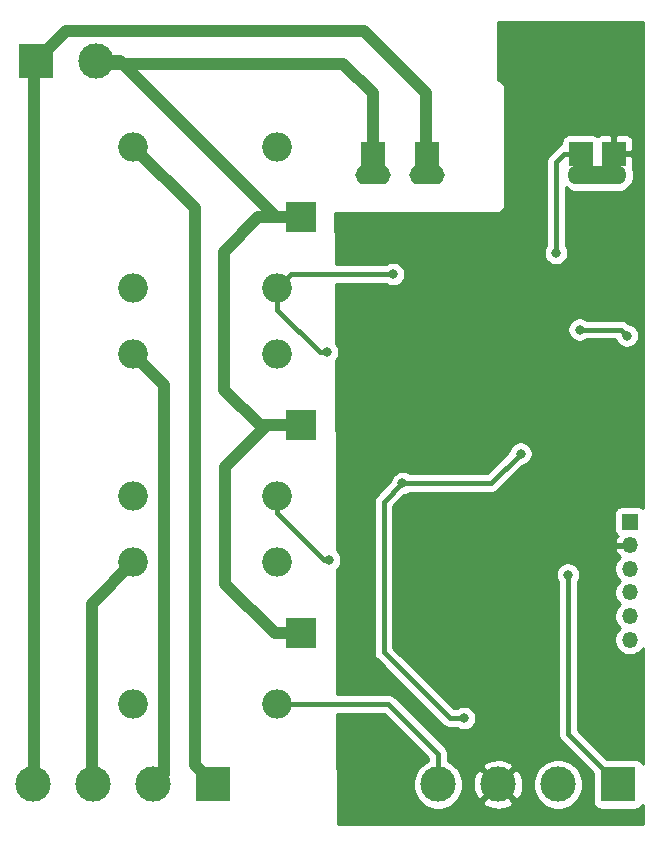
<source format=gbr>
%TF.GenerationSoftware,KiCad,Pcbnew,(5.1.8)-1*%
%TF.CreationDate,2022-05-08T18:20:05+08:00*%
%TF.ProjectId,smartkey,736d6172-746b-4657-992e-6b696361645f,rev?*%
%TF.SameCoordinates,Original*%
%TF.FileFunction,Copper,L2,Bot*%
%TF.FilePolarity,Positive*%
%FSLAX46Y46*%
G04 Gerber Fmt 4.6, Leading zero omitted, Abs format (unit mm)*
G04 Created by KiCad (PCBNEW (5.1.8)-1) date 2022-05-08 18:20:05*
%MOMM*%
%LPD*%
G01*
G04 APERTURE LIST*
%TA.AperFunction,ComponentPad*%
%ADD10O,2.500000X2.500000*%
%TD*%
%TA.AperFunction,ComponentPad*%
%ADD11R,2.500000X2.500000*%
%TD*%
%TA.AperFunction,ComponentPad*%
%ADD12C,3.000000*%
%TD*%
%TA.AperFunction,ComponentPad*%
%ADD13R,3.000000X3.000000*%
%TD*%
%TA.AperFunction,ComponentPad*%
%ADD14O,1.350000X1.350000*%
%TD*%
%TA.AperFunction,ComponentPad*%
%ADD15R,1.350000X1.350000*%
%TD*%
%TA.AperFunction,SMDPad,CuDef*%
%ADD16R,2.000000X2.000000*%
%TD*%
%TA.AperFunction,ViaPad*%
%ADD17C,0.800000*%
%TD*%
%TA.AperFunction,Conductor*%
%ADD18C,0.400000*%
%TD*%
%TA.AperFunction,Conductor*%
%ADD19C,2.000000*%
%TD*%
%TA.AperFunction,Conductor*%
%ADD20C,1.000000*%
%TD*%
%TA.AperFunction,Conductor*%
%ADD21C,0.254000*%
%TD*%
%TA.AperFunction,Conductor*%
%ADD22C,0.350000*%
%TD*%
%ADD23C,0.350000*%
%ADD24O,2.999999X1.599999*%
%ADD25O,4.999999X1.599999*%
G04 APERTURE END LIST*
D10*
%TO.P,K1,5*%
%TO.N,+5V*%
X123400000Y-90000000D03*
%TO.P,K1,4*%
%TO.N,N/C*%
X111200000Y-90000000D03*
%TO.P,K1,3*%
%TO.N,OUT3_L*%
X111200000Y-78000000D03*
%TO.P,K1,2*%
%TO.N,Net-(D1-Pad2)*%
X123400000Y-78000000D03*
D11*
%TO.P,K1,1*%
%TO.N,220V_L*%
X125400000Y-84000000D03*
%TD*%
D12*
%TO.P,J2,4*%
%TO.N,+5V*%
X137010000Y-132000000D03*
D13*
%TO.P,J2,1*%
%TO.N,ADC*%
X152250000Y-132000000D03*
D12*
%TO.P,J2,3*%
%TO.N,GND*%
X142090000Y-132000000D03*
%TO.P,J2,2*%
%TO.N,CHECK_IO*%
X147170000Y-132000000D03*
%TD*%
D14*
%TO.P,J4,6*%
%TO.N,TXD*%
X153250000Y-119750000D03*
%TO.P,J4,5*%
%TO.N,RXD*%
X153250000Y-117750000D03*
%TO.P,J4,4*%
%TO.N,IO0*%
X153250000Y-115750000D03*
%TO.P,J4,3*%
%TO.N,EN*%
X153250000Y-113750000D03*
%TO.P,J4,2*%
%TO.N,GND*%
X153250000Y-111750000D03*
D15*
%TO.P,J4,1*%
%TO.N,+5V*%
X153250000Y-109750000D03*
%TD*%
D12*
%TO.P,J1,2*%
%TO.N,220V_L*%
X108080000Y-70800000D03*
D13*
%TO.P,J1,1*%
%TO.N,220V_N*%
X103000000Y-70800000D03*
%TD*%
D10*
%TO.P,K3,5*%
%TO.N,+5V*%
X123400000Y-125200000D03*
%TO.P,K3,4*%
%TO.N,N/C*%
X111200000Y-125200000D03*
%TO.P,K3,3*%
%TO.N,OUT1_L*%
X111200000Y-113200000D03*
%TO.P,K3,2*%
%TO.N,Net-(D3-Pad2)*%
X123400000Y-113200000D03*
D11*
%TO.P,K3,1*%
%TO.N,220V_L*%
X125400000Y-119200000D03*
%TD*%
D10*
%TO.P,K2,5*%
%TO.N,+5V*%
X123400000Y-107600000D03*
%TO.P,K2,4*%
%TO.N,N/C*%
X111200000Y-107600000D03*
%TO.P,K2,3*%
%TO.N,OUT2_L*%
X111200000Y-95600000D03*
%TO.P,K2,2*%
%TO.N,Net-(D2-Pad2)*%
X123400000Y-95600000D03*
D11*
%TO.P,K2,1*%
%TO.N,220V_L*%
X125400000Y-101600000D03*
%TD*%
D16*
%TO.P,U2,1*%
%TO.N,220V_L*%
X131500000Y-78600000D03*
%TO.P,U2,2*%
%TO.N,220V_N*%
X136100000Y-78600000D03*
%TO.P,U2,4*%
%TO.N,+5V*%
X149100000Y-78600000D03*
%TO.P,U2,3*%
%TO.N,GND*%
X151900000Y-78600000D03*
%TD*%
D12*
%TO.P,J6,4*%
%TO.N,220V_N*%
X102760000Y-132000000D03*
D13*
%TO.P,J6,1*%
%TO.N,OUT3_L*%
X118000000Y-132000000D03*
D12*
%TO.P,J6,3*%
%TO.N,OUT1_L*%
X107840000Y-132000000D03*
%TO.P,J6,2*%
%TO.N,OUT2_L*%
X112920000Y-132000000D03*
%TD*%
D17*
%TO.N,GND*%
X150400000Y-88800000D03*
X138400000Y-97400000D03*
X134200000Y-97600000D03*
X142800000Y-97200000D03*
X136000000Y-126400000D03*
%TO.N,+5V*%
X153000000Y-94000000D03*
X149000000Y-93500000D03*
X147000000Y-87000000D03*
X133200000Y-88800000D03*
X127600000Y-95400000D03*
X127800000Y-113000000D03*
%TO.N,+3V3*%
X144000000Y-104000000D03*
X134000000Y-106500000D03*
X139200000Y-126400000D03*
%TO.N,ADC*%
X148000000Y-114250000D03*
%TD*%
D18*
%TO.N,+5V*%
X152500000Y-93500000D02*
X149000000Y-93500000D01*
X153000000Y-94000000D02*
X152500000Y-93500000D01*
X147000000Y-79300000D02*
X147000000Y-87000000D01*
X147700000Y-78600000D02*
X147000000Y-79300000D01*
X149100000Y-78600000D02*
X147700000Y-78600000D01*
X124600000Y-88800000D02*
X123400000Y-90000000D01*
X133200000Y-88800000D02*
X124600000Y-88800000D01*
X127400000Y-113000000D02*
X127800000Y-113000000D01*
X123400000Y-109000000D02*
X127400000Y-113000000D01*
X123400000Y-107600000D02*
X123400000Y-109000000D01*
X127000000Y-95400000D02*
X127600000Y-95400000D01*
X123400000Y-91800000D02*
X127000000Y-95400000D01*
X123400000Y-90000000D02*
X123400000Y-91800000D01*
X137010000Y-129410000D02*
X137010000Y-132000000D01*
X132800000Y-125200000D02*
X137010000Y-129410000D01*
X123400000Y-125200000D02*
X132800000Y-125200000D01*
%TO.N,+3V3*%
X141500000Y-106500000D02*
X134000000Y-106500000D01*
X144000000Y-104000000D02*
X141500000Y-106500000D01*
X138000000Y-126400000D02*
X139200000Y-126400000D01*
X132400000Y-120800000D02*
X138000000Y-126400000D01*
X132400000Y-108100000D02*
X132400000Y-120800000D01*
X134000000Y-106500000D02*
X132400000Y-108100000D01*
D19*
%TO.N,220V_N*%
X102800000Y-131960000D02*
X102760000Y-132000000D01*
X103000000Y-70800000D02*
X102800000Y-71000000D01*
D20*
X130750000Y-68250000D02*
X105550000Y-68250000D01*
X105550000Y-68250000D02*
X103000000Y-70800000D01*
X136000000Y-73500000D02*
X130750000Y-68250000D01*
X136000000Y-78000000D02*
X136000000Y-73500000D01*
X102800000Y-71000000D02*
X102800000Y-131960000D01*
%TO.N,OUT1_L*%
X107700000Y-131860000D02*
X107840000Y-132000000D01*
X107700000Y-116700000D02*
X107700000Y-131860000D01*
X111200000Y-113200000D02*
X107700000Y-116700000D01*
%TO.N,OUT3_L*%
X116400000Y-130400000D02*
X118000000Y-132000000D01*
X116400000Y-83200000D02*
X116400000Y-130400000D01*
X111200000Y-78000000D02*
X116400000Y-83200000D01*
%TO.N,OUT2_L*%
X113800000Y-131120000D02*
X112920000Y-132000000D01*
X111200000Y-95600000D02*
X113800000Y-98200000D01*
X113800000Y-98200000D02*
X113800000Y-131120000D01*
D18*
%TO.N,ADC*%
X148000000Y-127750000D02*
X152250000Y-132000000D01*
X148000000Y-114250000D02*
X148000000Y-127750000D01*
D20*
%TO.N,220V_L*%
X108280000Y-71000000D02*
X108080000Y-70800000D01*
X129000000Y-71000000D02*
X108280000Y-71000000D01*
X131500000Y-73500000D02*
X129000000Y-71000000D01*
X131500000Y-78500000D02*
X131500000Y-73500000D01*
X110100000Y-70800000D02*
X108080000Y-70800000D01*
X123300000Y-84000000D02*
X110100000Y-70800000D01*
X125400000Y-84000000D02*
X123300000Y-84000000D01*
X121900000Y-101600000D02*
X125400000Y-101600000D01*
X118900000Y-98600000D02*
X121900000Y-101600000D01*
X118900000Y-86900000D02*
X118900000Y-98600000D01*
X121800000Y-84000000D02*
X118900000Y-86900000D01*
X125400000Y-84000000D02*
X121800000Y-84000000D01*
X123200000Y-119200000D02*
X125400000Y-119200000D01*
X119000000Y-105100000D02*
X119000000Y-115000000D01*
X119000000Y-115000000D02*
X123200000Y-119200000D01*
X122500000Y-101600000D02*
X119000000Y-105100000D01*
X125400000Y-101600000D02*
X122500000Y-101600000D01*
%TD*%
D21*
%TO.N,GND*%
X154340001Y-108594119D02*
X154279494Y-108544463D01*
X154169180Y-108485498D01*
X154049482Y-108449188D01*
X153925000Y-108436928D01*
X152575000Y-108436928D01*
X152450518Y-108449188D01*
X152330820Y-108485498D01*
X152220506Y-108544463D01*
X152123815Y-108623815D01*
X152044463Y-108720506D01*
X151985498Y-108830820D01*
X151949188Y-108950518D01*
X151936928Y-109075000D01*
X151936928Y-110425000D01*
X151949188Y-110549482D01*
X151985498Y-110669180D01*
X152044463Y-110779494D01*
X152123815Y-110876185D01*
X152217559Y-110953119D01*
X152120527Y-111086371D01*
X152012762Y-111319472D01*
X151982090Y-111420600D01*
X152105776Y-111623000D01*
X153123000Y-111623000D01*
X153123000Y-111603000D01*
X153377000Y-111603000D01*
X153377000Y-111623000D01*
X153397000Y-111623000D01*
X153397000Y-111877000D01*
X153377000Y-111877000D01*
X153377000Y-111897000D01*
X153123000Y-111897000D01*
X153123000Y-111877000D01*
X152105776Y-111877000D01*
X151982090Y-112079400D01*
X152012762Y-112180528D01*
X152120527Y-112413629D01*
X152271697Y-112621227D01*
X152404060Y-112743319D01*
X152232456Y-112914923D01*
X152089093Y-113129482D01*
X151990342Y-113367887D01*
X151940000Y-113620976D01*
X151940000Y-113879024D01*
X151990342Y-114132113D01*
X152089093Y-114370518D01*
X152232456Y-114585077D01*
X152397379Y-114750000D01*
X152232456Y-114914923D01*
X152089093Y-115129482D01*
X151990342Y-115367887D01*
X151940000Y-115620976D01*
X151940000Y-115879024D01*
X151990342Y-116132113D01*
X152089093Y-116370518D01*
X152232456Y-116585077D01*
X152397379Y-116750000D01*
X152232456Y-116914923D01*
X152089093Y-117129482D01*
X151990342Y-117367887D01*
X151940000Y-117620976D01*
X151940000Y-117879024D01*
X151990342Y-118132113D01*
X152089093Y-118370518D01*
X152232456Y-118585077D01*
X152397379Y-118750000D01*
X152232456Y-118914923D01*
X152089093Y-119129482D01*
X151990342Y-119367887D01*
X151940000Y-119620976D01*
X151940000Y-119879024D01*
X151990342Y-120132113D01*
X152089093Y-120370518D01*
X152232456Y-120585077D01*
X152414923Y-120767544D01*
X152629482Y-120910907D01*
X152867887Y-121009658D01*
X153120976Y-121060000D01*
X153379024Y-121060000D01*
X153632113Y-121009658D01*
X153870518Y-120910907D01*
X154085077Y-120767544D01*
X154267544Y-120585077D01*
X154340001Y-120476637D01*
X154340001Y-130257465D01*
X154339502Y-130255820D01*
X154280537Y-130145506D01*
X154201185Y-130048815D01*
X154104494Y-129969463D01*
X153994180Y-129910498D01*
X153874482Y-129874188D01*
X153750000Y-129861928D01*
X151292796Y-129861928D01*
X148835000Y-127404133D01*
X148835000Y-114863285D01*
X148917205Y-114740256D01*
X148995226Y-114551898D01*
X149035000Y-114351939D01*
X149035000Y-114148061D01*
X148995226Y-113948102D01*
X148917205Y-113759744D01*
X148803937Y-113590226D01*
X148659774Y-113446063D01*
X148490256Y-113332795D01*
X148301898Y-113254774D01*
X148101939Y-113215000D01*
X147898061Y-113215000D01*
X147698102Y-113254774D01*
X147509744Y-113332795D01*
X147340226Y-113446063D01*
X147196063Y-113590226D01*
X147082795Y-113759744D01*
X147004774Y-113948102D01*
X146965000Y-114148061D01*
X146965000Y-114351939D01*
X147004774Y-114551898D01*
X147082795Y-114740256D01*
X147165000Y-114863285D01*
X147165001Y-127708971D01*
X147160960Y-127750000D01*
X147177082Y-127913688D01*
X147224828Y-128071086D01*
X147224829Y-128071087D01*
X147302365Y-128216146D01*
X147406710Y-128343291D01*
X147438574Y-128369441D01*
X150111928Y-131042796D01*
X150111928Y-133500000D01*
X150124188Y-133624482D01*
X150160498Y-133744180D01*
X150219463Y-133854494D01*
X150298815Y-133951185D01*
X150395506Y-134030537D01*
X150505820Y-134089502D01*
X150625518Y-134125812D01*
X150750000Y-134138072D01*
X153750000Y-134138072D01*
X153874482Y-134125812D01*
X153994180Y-134089502D01*
X154104494Y-134030537D01*
X154201185Y-133951185D01*
X154280537Y-133854494D01*
X154339502Y-133744180D01*
X154340001Y-133742535D01*
X154340001Y-135340000D01*
X128524511Y-135340000D01*
X128489397Y-126035000D01*
X132454133Y-126035000D01*
X136175000Y-129755868D01*
X136175000Y-130034961D01*
X135998698Y-130107988D01*
X135649017Y-130341637D01*
X135351637Y-130639017D01*
X135117988Y-130988698D01*
X134957047Y-131377244D01*
X134875000Y-131789721D01*
X134875000Y-132210279D01*
X134957047Y-132622756D01*
X135117988Y-133011302D01*
X135351637Y-133360983D01*
X135649017Y-133658363D01*
X135998698Y-133892012D01*
X136387244Y-134052953D01*
X136799721Y-134135000D01*
X137220279Y-134135000D01*
X137632756Y-134052953D01*
X138021302Y-133892012D01*
X138370983Y-133658363D01*
X138537693Y-133491653D01*
X140777952Y-133491653D01*
X140933962Y-133807214D01*
X141308745Y-133998020D01*
X141713551Y-134112044D01*
X142132824Y-134144902D01*
X142550451Y-134095334D01*
X142950383Y-133965243D01*
X143246038Y-133807214D01*
X143402048Y-133491653D01*
X142090000Y-132179605D01*
X140777952Y-133491653D01*
X138537693Y-133491653D01*
X138668363Y-133360983D01*
X138902012Y-133011302D01*
X139062953Y-132622756D01*
X139145000Y-132210279D01*
X139145000Y-132042824D01*
X139945098Y-132042824D01*
X139994666Y-132460451D01*
X140124757Y-132860383D01*
X140282786Y-133156038D01*
X140598347Y-133312048D01*
X141910395Y-132000000D01*
X142269605Y-132000000D01*
X143581653Y-133312048D01*
X143897214Y-133156038D01*
X144088020Y-132781255D01*
X144202044Y-132376449D01*
X144234902Y-131957176D01*
X144215027Y-131789721D01*
X145035000Y-131789721D01*
X145035000Y-132210279D01*
X145117047Y-132622756D01*
X145277988Y-133011302D01*
X145511637Y-133360983D01*
X145809017Y-133658363D01*
X146158698Y-133892012D01*
X146547244Y-134052953D01*
X146959721Y-134135000D01*
X147380279Y-134135000D01*
X147792756Y-134052953D01*
X148181302Y-133892012D01*
X148530983Y-133658363D01*
X148828363Y-133360983D01*
X149062012Y-133011302D01*
X149222953Y-132622756D01*
X149305000Y-132210279D01*
X149305000Y-131789721D01*
X149222953Y-131377244D01*
X149062012Y-130988698D01*
X148828363Y-130639017D01*
X148530983Y-130341637D01*
X148181302Y-130107988D01*
X147792756Y-129947047D01*
X147380279Y-129865000D01*
X146959721Y-129865000D01*
X146547244Y-129947047D01*
X146158698Y-130107988D01*
X145809017Y-130341637D01*
X145511637Y-130639017D01*
X145277988Y-130988698D01*
X145117047Y-131377244D01*
X145035000Y-131789721D01*
X144215027Y-131789721D01*
X144185334Y-131539549D01*
X144055243Y-131139617D01*
X143897214Y-130843962D01*
X143581653Y-130687952D01*
X142269605Y-132000000D01*
X141910395Y-132000000D01*
X140598347Y-130687952D01*
X140282786Y-130843962D01*
X140091980Y-131218745D01*
X139977956Y-131623551D01*
X139945098Y-132042824D01*
X139145000Y-132042824D01*
X139145000Y-131789721D01*
X139062953Y-131377244D01*
X138902012Y-130988698D01*
X138668363Y-130639017D01*
X138537693Y-130508347D01*
X140777952Y-130508347D01*
X142090000Y-131820395D01*
X143402048Y-130508347D01*
X143246038Y-130192786D01*
X142871255Y-130001980D01*
X142466449Y-129887956D01*
X142047176Y-129855098D01*
X141629549Y-129904666D01*
X141229617Y-130034757D01*
X140933962Y-130192786D01*
X140777952Y-130508347D01*
X138537693Y-130508347D01*
X138370983Y-130341637D01*
X138021302Y-130107988D01*
X137845000Y-130034961D01*
X137845000Y-129451018D01*
X137849040Y-129409999D01*
X137832918Y-129246311D01*
X137785172Y-129088913D01*
X137707636Y-128943854D01*
X137603291Y-128816709D01*
X137571428Y-128790560D01*
X133419446Y-124638579D01*
X133393291Y-124606709D01*
X133266146Y-124502364D01*
X133121087Y-124424828D01*
X132963689Y-124377082D01*
X132841019Y-124365000D01*
X132841018Y-124365000D01*
X132800000Y-124360960D01*
X132758982Y-124365000D01*
X128483095Y-124365000D01*
X128443284Y-113814955D01*
X128459774Y-113803937D01*
X128603937Y-113659774D01*
X128717205Y-113490256D01*
X128795226Y-113301898D01*
X128835000Y-113101939D01*
X128835000Y-112898061D01*
X128795226Y-112698102D01*
X128717205Y-112509744D01*
X128603937Y-112340226D01*
X128459774Y-112196063D01*
X128437118Y-112180925D01*
X128421719Y-108100000D01*
X131560960Y-108100000D01*
X131565000Y-108141019D01*
X131565001Y-120758971D01*
X131560960Y-120800000D01*
X131577082Y-120963688D01*
X131624828Y-121121086D01*
X131624829Y-121121087D01*
X131702365Y-121266146D01*
X131806710Y-121393291D01*
X131838574Y-121419441D01*
X137380563Y-126961432D01*
X137406709Y-126993291D01*
X137438568Y-127019437D01*
X137438570Y-127019439D01*
X137533854Y-127097636D01*
X137678913Y-127175172D01*
X137836311Y-127222918D01*
X138000000Y-127239040D01*
X138041018Y-127235000D01*
X138586715Y-127235000D01*
X138709744Y-127317205D01*
X138898102Y-127395226D01*
X139098061Y-127435000D01*
X139301939Y-127435000D01*
X139501898Y-127395226D01*
X139690256Y-127317205D01*
X139859774Y-127203937D01*
X140003937Y-127059774D01*
X140117205Y-126890256D01*
X140195226Y-126701898D01*
X140235000Y-126501939D01*
X140235000Y-126298061D01*
X140195226Y-126098102D01*
X140117205Y-125909744D01*
X140003937Y-125740226D01*
X139859774Y-125596063D01*
X139690256Y-125482795D01*
X139501898Y-125404774D01*
X139301939Y-125365000D01*
X139098061Y-125365000D01*
X138898102Y-125404774D01*
X138709744Y-125482795D01*
X138586715Y-125565000D01*
X138345869Y-125565000D01*
X133235000Y-120454133D01*
X133235000Y-108445867D01*
X134156776Y-107524092D01*
X134301898Y-107495226D01*
X134490256Y-107417205D01*
X134613285Y-107335000D01*
X141458982Y-107335000D01*
X141500000Y-107339040D01*
X141541018Y-107335000D01*
X141541019Y-107335000D01*
X141663689Y-107322918D01*
X141821087Y-107275172D01*
X141966146Y-107197636D01*
X142093291Y-107093291D01*
X142119446Y-107061421D01*
X144156776Y-105024092D01*
X144301898Y-104995226D01*
X144490256Y-104917205D01*
X144659774Y-104803937D01*
X144803937Y-104659774D01*
X144917205Y-104490256D01*
X144995226Y-104301898D01*
X145035000Y-104101939D01*
X145035000Y-103898061D01*
X144995226Y-103698102D01*
X144917205Y-103509744D01*
X144803937Y-103340226D01*
X144659774Y-103196063D01*
X144490256Y-103082795D01*
X144301898Y-103004774D01*
X144101939Y-102965000D01*
X143898061Y-102965000D01*
X143698102Y-103004774D01*
X143509744Y-103082795D01*
X143340226Y-103196063D01*
X143196063Y-103340226D01*
X143082795Y-103509744D01*
X143004774Y-103698102D01*
X142975908Y-103843224D01*
X141154133Y-105665000D01*
X134613285Y-105665000D01*
X134490256Y-105582795D01*
X134301898Y-105504774D01*
X134101939Y-105465000D01*
X133898061Y-105465000D01*
X133698102Y-105504774D01*
X133509744Y-105582795D01*
X133340226Y-105696063D01*
X133196063Y-105840226D01*
X133082795Y-106009744D01*
X133004774Y-106198102D01*
X132975908Y-106343224D01*
X131838579Y-107480554D01*
X131806709Y-107506709D01*
X131702365Y-107633854D01*
X131702364Y-107633855D01*
X131624828Y-107778914D01*
X131577082Y-107936312D01*
X131560960Y-108100000D01*
X128421719Y-108100000D01*
X128376387Y-96087324D01*
X128403937Y-96059774D01*
X128517205Y-95890256D01*
X128595226Y-95701898D01*
X128635000Y-95501939D01*
X128635000Y-95298061D01*
X128595226Y-95098102D01*
X128517205Y-94909744D01*
X128403937Y-94740226D01*
X128371180Y-94707469D01*
X128366239Y-93398061D01*
X147965000Y-93398061D01*
X147965000Y-93601939D01*
X148004774Y-93801898D01*
X148082795Y-93990256D01*
X148196063Y-94159774D01*
X148340226Y-94303937D01*
X148509744Y-94417205D01*
X148698102Y-94495226D01*
X148898061Y-94535000D01*
X149101939Y-94535000D01*
X149301898Y-94495226D01*
X149490256Y-94417205D01*
X149613285Y-94335000D01*
X152018485Y-94335000D01*
X152082795Y-94490256D01*
X152196063Y-94659774D01*
X152340226Y-94803937D01*
X152509744Y-94917205D01*
X152698102Y-94995226D01*
X152898061Y-95035000D01*
X153101939Y-95035000D01*
X153301898Y-94995226D01*
X153490256Y-94917205D01*
X153659774Y-94803937D01*
X153803937Y-94659774D01*
X153917205Y-94490256D01*
X153995226Y-94301898D01*
X154035000Y-94101939D01*
X154035000Y-93898061D01*
X153995226Y-93698102D01*
X153917205Y-93509744D01*
X153803937Y-93340226D01*
X153659774Y-93196063D01*
X153490256Y-93082795D01*
X153301898Y-93004774D01*
X153156775Y-92975907D01*
X153119445Y-92938578D01*
X153093291Y-92906709D01*
X152966146Y-92802364D01*
X152821087Y-92724828D01*
X152663689Y-92677082D01*
X152541019Y-92665000D01*
X152541018Y-92665000D01*
X152500000Y-92660960D01*
X152458982Y-92665000D01*
X149613285Y-92665000D01*
X149490256Y-92582795D01*
X149301898Y-92504774D01*
X149101939Y-92465000D01*
X148898061Y-92465000D01*
X148698102Y-92504774D01*
X148509744Y-92582795D01*
X148340226Y-92696063D01*
X148196063Y-92840226D01*
X148082795Y-93009744D01*
X148004774Y-93198102D01*
X147965000Y-93398061D01*
X128366239Y-93398061D01*
X128352039Y-89635000D01*
X132586715Y-89635000D01*
X132709744Y-89717205D01*
X132898102Y-89795226D01*
X133098061Y-89835000D01*
X133301939Y-89835000D01*
X133501898Y-89795226D01*
X133690256Y-89717205D01*
X133859774Y-89603937D01*
X134003937Y-89459774D01*
X134117205Y-89290256D01*
X134195226Y-89101898D01*
X134235000Y-88901939D01*
X134235000Y-88698061D01*
X134195226Y-88498102D01*
X134117205Y-88309744D01*
X134003937Y-88140226D01*
X133859774Y-87996063D01*
X133690256Y-87882795D01*
X133501898Y-87804774D01*
X133301939Y-87765000D01*
X133098061Y-87765000D01*
X132898102Y-87804774D01*
X132709744Y-87882795D01*
X132586715Y-87965000D01*
X128345737Y-87965000D01*
X128341711Y-86898061D01*
X145965000Y-86898061D01*
X145965000Y-87101939D01*
X146004774Y-87301898D01*
X146082795Y-87490256D01*
X146196063Y-87659774D01*
X146340226Y-87803937D01*
X146509744Y-87917205D01*
X146698102Y-87995226D01*
X146898061Y-88035000D01*
X147101939Y-88035000D01*
X147301898Y-87995226D01*
X147490256Y-87917205D01*
X147659774Y-87803937D01*
X147803937Y-87659774D01*
X147917205Y-87490256D01*
X147995226Y-87301898D01*
X148035000Y-87101939D01*
X148035000Y-86898061D01*
X147995226Y-86698102D01*
X147917205Y-86509744D01*
X147835000Y-86386715D01*
X147835000Y-81464424D01*
X147998899Y-81598932D01*
X148248192Y-81732182D01*
X148518691Y-81814236D01*
X148729508Y-81835000D01*
X152270492Y-81835000D01*
X152481309Y-81814236D01*
X152751808Y-81732182D01*
X153001101Y-81598932D01*
X153219608Y-81419608D01*
X153398932Y-81201101D01*
X153532182Y-80951808D01*
X153614236Y-80681309D01*
X153641943Y-80400000D01*
X153614236Y-80118691D01*
X153532182Y-79848192D01*
X153504178Y-79795800D01*
X153525812Y-79724482D01*
X153538072Y-79600000D01*
X153535000Y-78885750D01*
X153376250Y-78727000D01*
X152027000Y-78727000D01*
X152027000Y-78747000D01*
X151773000Y-78747000D01*
X151773000Y-78727000D01*
X151753000Y-78727000D01*
X151753000Y-78473000D01*
X151773000Y-78473000D01*
X151773000Y-77123750D01*
X152027000Y-77123750D01*
X152027000Y-78473000D01*
X153376250Y-78473000D01*
X153535000Y-78314250D01*
X153538072Y-77600000D01*
X153525812Y-77475518D01*
X153489502Y-77355820D01*
X153430537Y-77245506D01*
X153351185Y-77148815D01*
X153254494Y-77069463D01*
X153144180Y-77010498D01*
X153024482Y-76974188D01*
X152900000Y-76961928D01*
X152185750Y-76965000D01*
X152027000Y-77123750D01*
X151773000Y-77123750D01*
X151614250Y-76965000D01*
X150900000Y-76961928D01*
X150775518Y-76974188D01*
X150655820Y-77010498D01*
X150545506Y-77069463D01*
X150500000Y-77106809D01*
X150454494Y-77069463D01*
X150344180Y-77010498D01*
X150224482Y-76974188D01*
X150100000Y-76961928D01*
X148100000Y-76961928D01*
X147975518Y-76974188D01*
X147855820Y-77010498D01*
X147745506Y-77069463D01*
X147648815Y-77148815D01*
X147569463Y-77245506D01*
X147510498Y-77355820D01*
X147474188Y-77475518D01*
X147461928Y-77600000D01*
X147461928Y-77799646D01*
X147378913Y-77824828D01*
X147233854Y-77902364D01*
X147106709Y-78006709D01*
X147080558Y-78038574D01*
X146438578Y-78680554D01*
X146406709Y-78706709D01*
X146302365Y-78833854D01*
X146302364Y-78833855D01*
X146224828Y-78978914D01*
X146177082Y-79136312D01*
X146160960Y-79300000D01*
X146165000Y-79341019D01*
X146165001Y-86386714D01*
X146082795Y-86509744D01*
X146004774Y-86698102D01*
X145965000Y-86898061D01*
X128341711Y-86898061D01*
X128329408Y-83637949D01*
X128370617Y-83650450D01*
X128467581Y-83660000D01*
X128500000Y-83663193D01*
X128532419Y-83660000D01*
X141967581Y-83660000D01*
X142000000Y-83663193D01*
X142032419Y-83660000D01*
X142129383Y-83650450D01*
X142253793Y-83612710D01*
X142368450Y-83551425D01*
X142468948Y-83468948D01*
X142551425Y-83368450D01*
X142612710Y-83253793D01*
X142650450Y-83129383D01*
X142663193Y-83000000D01*
X142660000Y-82967581D01*
X142660000Y-73032419D01*
X142663193Y-73000000D01*
X142650450Y-72870617D01*
X142612710Y-72746207D01*
X142551425Y-72631550D01*
X142468948Y-72531052D01*
X142368450Y-72448575D01*
X142253793Y-72387290D01*
X142129383Y-72349550D01*
X142127000Y-72349315D01*
X142127000Y-67460000D01*
X154340000Y-67460000D01*
X154340001Y-108594119D01*
%TA.AperFunction,Conductor*%
D22*
G36*
X154340001Y-108594119D02*
G01*
X154279494Y-108544463D01*
X154169180Y-108485498D01*
X154049482Y-108449188D01*
X153925000Y-108436928D01*
X152575000Y-108436928D01*
X152450518Y-108449188D01*
X152330820Y-108485498D01*
X152220506Y-108544463D01*
X152123815Y-108623815D01*
X152044463Y-108720506D01*
X151985498Y-108830820D01*
X151949188Y-108950518D01*
X151936928Y-109075000D01*
X151936928Y-110425000D01*
X151949188Y-110549482D01*
X151985498Y-110669180D01*
X152044463Y-110779494D01*
X152123815Y-110876185D01*
X152217559Y-110953119D01*
X152120527Y-111086371D01*
X152012762Y-111319472D01*
X151982090Y-111420600D01*
X152105776Y-111623000D01*
X153123000Y-111623000D01*
X153123000Y-111603000D01*
X153377000Y-111603000D01*
X153377000Y-111623000D01*
X153397000Y-111623000D01*
X153397000Y-111877000D01*
X153377000Y-111877000D01*
X153377000Y-111897000D01*
X153123000Y-111897000D01*
X153123000Y-111877000D01*
X152105776Y-111877000D01*
X151982090Y-112079400D01*
X152012762Y-112180528D01*
X152120527Y-112413629D01*
X152271697Y-112621227D01*
X152404060Y-112743319D01*
X152232456Y-112914923D01*
X152089093Y-113129482D01*
X151990342Y-113367887D01*
X151940000Y-113620976D01*
X151940000Y-113879024D01*
X151990342Y-114132113D01*
X152089093Y-114370518D01*
X152232456Y-114585077D01*
X152397379Y-114750000D01*
X152232456Y-114914923D01*
X152089093Y-115129482D01*
X151990342Y-115367887D01*
X151940000Y-115620976D01*
X151940000Y-115879024D01*
X151990342Y-116132113D01*
X152089093Y-116370518D01*
X152232456Y-116585077D01*
X152397379Y-116750000D01*
X152232456Y-116914923D01*
X152089093Y-117129482D01*
X151990342Y-117367887D01*
X151940000Y-117620976D01*
X151940000Y-117879024D01*
X151990342Y-118132113D01*
X152089093Y-118370518D01*
X152232456Y-118585077D01*
X152397379Y-118750000D01*
X152232456Y-118914923D01*
X152089093Y-119129482D01*
X151990342Y-119367887D01*
X151940000Y-119620976D01*
X151940000Y-119879024D01*
X151990342Y-120132113D01*
X152089093Y-120370518D01*
X152232456Y-120585077D01*
X152414923Y-120767544D01*
X152629482Y-120910907D01*
X152867887Y-121009658D01*
X153120976Y-121060000D01*
X153379024Y-121060000D01*
X153632113Y-121009658D01*
X153870518Y-120910907D01*
X154085077Y-120767544D01*
X154267544Y-120585077D01*
X154340001Y-120476637D01*
X154340001Y-130257465D01*
X154339502Y-130255820D01*
X154280537Y-130145506D01*
X154201185Y-130048815D01*
X154104494Y-129969463D01*
X153994180Y-129910498D01*
X153874482Y-129874188D01*
X153750000Y-129861928D01*
X151292796Y-129861928D01*
X148835000Y-127404133D01*
X148835000Y-114863285D01*
X148917205Y-114740256D01*
X148995226Y-114551898D01*
X149035000Y-114351939D01*
X149035000Y-114148061D01*
X148995226Y-113948102D01*
X148917205Y-113759744D01*
X148803937Y-113590226D01*
X148659774Y-113446063D01*
X148490256Y-113332795D01*
X148301898Y-113254774D01*
X148101939Y-113215000D01*
X147898061Y-113215000D01*
X147698102Y-113254774D01*
X147509744Y-113332795D01*
X147340226Y-113446063D01*
X147196063Y-113590226D01*
X147082795Y-113759744D01*
X147004774Y-113948102D01*
X146965000Y-114148061D01*
X146965000Y-114351939D01*
X147004774Y-114551898D01*
X147082795Y-114740256D01*
X147165000Y-114863285D01*
X147165001Y-127708971D01*
X147160960Y-127750000D01*
X147177082Y-127913688D01*
X147224828Y-128071086D01*
X147224829Y-128071087D01*
X147302365Y-128216146D01*
X147406710Y-128343291D01*
X147438574Y-128369441D01*
X150111928Y-131042796D01*
X150111928Y-133500000D01*
X150124188Y-133624482D01*
X150160498Y-133744180D01*
X150219463Y-133854494D01*
X150298815Y-133951185D01*
X150395506Y-134030537D01*
X150505820Y-134089502D01*
X150625518Y-134125812D01*
X150750000Y-134138072D01*
X153750000Y-134138072D01*
X153874482Y-134125812D01*
X153994180Y-134089502D01*
X154104494Y-134030537D01*
X154201185Y-133951185D01*
X154280537Y-133854494D01*
X154339502Y-133744180D01*
X154340001Y-133742535D01*
X154340001Y-135340000D01*
X128524511Y-135340000D01*
X128489397Y-126035000D01*
X132454133Y-126035000D01*
X136175000Y-129755868D01*
X136175000Y-130034961D01*
X135998698Y-130107988D01*
X135649017Y-130341637D01*
X135351637Y-130639017D01*
X135117988Y-130988698D01*
X134957047Y-131377244D01*
X134875000Y-131789721D01*
X134875000Y-132210279D01*
X134957047Y-132622756D01*
X135117988Y-133011302D01*
X135351637Y-133360983D01*
X135649017Y-133658363D01*
X135998698Y-133892012D01*
X136387244Y-134052953D01*
X136799721Y-134135000D01*
X137220279Y-134135000D01*
X137632756Y-134052953D01*
X138021302Y-133892012D01*
X138370983Y-133658363D01*
X138537693Y-133491653D01*
X140777952Y-133491653D01*
X140933962Y-133807214D01*
X141308745Y-133998020D01*
X141713551Y-134112044D01*
X142132824Y-134144902D01*
X142550451Y-134095334D01*
X142950383Y-133965243D01*
X143246038Y-133807214D01*
X143402048Y-133491653D01*
X142090000Y-132179605D01*
X140777952Y-133491653D01*
X138537693Y-133491653D01*
X138668363Y-133360983D01*
X138902012Y-133011302D01*
X139062953Y-132622756D01*
X139145000Y-132210279D01*
X139145000Y-132042824D01*
X139945098Y-132042824D01*
X139994666Y-132460451D01*
X140124757Y-132860383D01*
X140282786Y-133156038D01*
X140598347Y-133312048D01*
X141910395Y-132000000D01*
X142269605Y-132000000D01*
X143581653Y-133312048D01*
X143897214Y-133156038D01*
X144088020Y-132781255D01*
X144202044Y-132376449D01*
X144234902Y-131957176D01*
X144215027Y-131789721D01*
X145035000Y-131789721D01*
X145035000Y-132210279D01*
X145117047Y-132622756D01*
X145277988Y-133011302D01*
X145511637Y-133360983D01*
X145809017Y-133658363D01*
X146158698Y-133892012D01*
X146547244Y-134052953D01*
X146959721Y-134135000D01*
X147380279Y-134135000D01*
X147792756Y-134052953D01*
X148181302Y-133892012D01*
X148530983Y-133658363D01*
X148828363Y-133360983D01*
X149062012Y-133011302D01*
X149222953Y-132622756D01*
X149305000Y-132210279D01*
X149305000Y-131789721D01*
X149222953Y-131377244D01*
X149062012Y-130988698D01*
X148828363Y-130639017D01*
X148530983Y-130341637D01*
X148181302Y-130107988D01*
X147792756Y-129947047D01*
X147380279Y-129865000D01*
X146959721Y-129865000D01*
X146547244Y-129947047D01*
X146158698Y-130107988D01*
X145809017Y-130341637D01*
X145511637Y-130639017D01*
X145277988Y-130988698D01*
X145117047Y-131377244D01*
X145035000Y-131789721D01*
X144215027Y-131789721D01*
X144185334Y-131539549D01*
X144055243Y-131139617D01*
X143897214Y-130843962D01*
X143581653Y-130687952D01*
X142269605Y-132000000D01*
X141910395Y-132000000D01*
X140598347Y-130687952D01*
X140282786Y-130843962D01*
X140091980Y-131218745D01*
X139977956Y-131623551D01*
X139945098Y-132042824D01*
X139145000Y-132042824D01*
X139145000Y-131789721D01*
X139062953Y-131377244D01*
X138902012Y-130988698D01*
X138668363Y-130639017D01*
X138537693Y-130508347D01*
X140777952Y-130508347D01*
X142090000Y-131820395D01*
X143402048Y-130508347D01*
X143246038Y-130192786D01*
X142871255Y-130001980D01*
X142466449Y-129887956D01*
X142047176Y-129855098D01*
X141629549Y-129904666D01*
X141229617Y-130034757D01*
X140933962Y-130192786D01*
X140777952Y-130508347D01*
X138537693Y-130508347D01*
X138370983Y-130341637D01*
X138021302Y-130107988D01*
X137845000Y-130034961D01*
X137845000Y-129451018D01*
X137849040Y-129409999D01*
X137832918Y-129246311D01*
X137785172Y-129088913D01*
X137707636Y-128943854D01*
X137603291Y-128816709D01*
X137571428Y-128790560D01*
X133419446Y-124638579D01*
X133393291Y-124606709D01*
X133266146Y-124502364D01*
X133121087Y-124424828D01*
X132963689Y-124377082D01*
X132841019Y-124365000D01*
X132841018Y-124365000D01*
X132800000Y-124360960D01*
X132758982Y-124365000D01*
X128483095Y-124365000D01*
X128443284Y-113814955D01*
X128459774Y-113803937D01*
X128603937Y-113659774D01*
X128717205Y-113490256D01*
X128795226Y-113301898D01*
X128835000Y-113101939D01*
X128835000Y-112898061D01*
X128795226Y-112698102D01*
X128717205Y-112509744D01*
X128603937Y-112340226D01*
X128459774Y-112196063D01*
X128437118Y-112180925D01*
X128421719Y-108100000D01*
X131560960Y-108100000D01*
X131565000Y-108141019D01*
X131565001Y-120758971D01*
X131560960Y-120800000D01*
X131577082Y-120963688D01*
X131624828Y-121121086D01*
X131624829Y-121121087D01*
X131702365Y-121266146D01*
X131806710Y-121393291D01*
X131838574Y-121419441D01*
X137380563Y-126961432D01*
X137406709Y-126993291D01*
X137438568Y-127019437D01*
X137438570Y-127019439D01*
X137533854Y-127097636D01*
X137678913Y-127175172D01*
X137836311Y-127222918D01*
X138000000Y-127239040D01*
X138041018Y-127235000D01*
X138586715Y-127235000D01*
X138709744Y-127317205D01*
X138898102Y-127395226D01*
X139098061Y-127435000D01*
X139301939Y-127435000D01*
X139501898Y-127395226D01*
X139690256Y-127317205D01*
X139859774Y-127203937D01*
X140003937Y-127059774D01*
X140117205Y-126890256D01*
X140195226Y-126701898D01*
X140235000Y-126501939D01*
X140235000Y-126298061D01*
X140195226Y-126098102D01*
X140117205Y-125909744D01*
X140003937Y-125740226D01*
X139859774Y-125596063D01*
X139690256Y-125482795D01*
X139501898Y-125404774D01*
X139301939Y-125365000D01*
X139098061Y-125365000D01*
X138898102Y-125404774D01*
X138709744Y-125482795D01*
X138586715Y-125565000D01*
X138345869Y-125565000D01*
X133235000Y-120454133D01*
X133235000Y-108445867D01*
X134156776Y-107524092D01*
X134301898Y-107495226D01*
X134490256Y-107417205D01*
X134613285Y-107335000D01*
X141458982Y-107335000D01*
X141500000Y-107339040D01*
X141541018Y-107335000D01*
X141541019Y-107335000D01*
X141663689Y-107322918D01*
X141821087Y-107275172D01*
X141966146Y-107197636D01*
X142093291Y-107093291D01*
X142119446Y-107061421D01*
X144156776Y-105024092D01*
X144301898Y-104995226D01*
X144490256Y-104917205D01*
X144659774Y-104803937D01*
X144803937Y-104659774D01*
X144917205Y-104490256D01*
X144995226Y-104301898D01*
X145035000Y-104101939D01*
X145035000Y-103898061D01*
X144995226Y-103698102D01*
X144917205Y-103509744D01*
X144803937Y-103340226D01*
X144659774Y-103196063D01*
X144490256Y-103082795D01*
X144301898Y-103004774D01*
X144101939Y-102965000D01*
X143898061Y-102965000D01*
X143698102Y-103004774D01*
X143509744Y-103082795D01*
X143340226Y-103196063D01*
X143196063Y-103340226D01*
X143082795Y-103509744D01*
X143004774Y-103698102D01*
X142975908Y-103843224D01*
X141154133Y-105665000D01*
X134613285Y-105665000D01*
X134490256Y-105582795D01*
X134301898Y-105504774D01*
X134101939Y-105465000D01*
X133898061Y-105465000D01*
X133698102Y-105504774D01*
X133509744Y-105582795D01*
X133340226Y-105696063D01*
X133196063Y-105840226D01*
X133082795Y-106009744D01*
X133004774Y-106198102D01*
X132975908Y-106343224D01*
X131838579Y-107480554D01*
X131806709Y-107506709D01*
X131702365Y-107633854D01*
X131702364Y-107633855D01*
X131624828Y-107778914D01*
X131577082Y-107936312D01*
X131560960Y-108100000D01*
X128421719Y-108100000D01*
X128376387Y-96087324D01*
X128403937Y-96059774D01*
X128517205Y-95890256D01*
X128595226Y-95701898D01*
X128635000Y-95501939D01*
X128635000Y-95298061D01*
X128595226Y-95098102D01*
X128517205Y-94909744D01*
X128403937Y-94740226D01*
X128371180Y-94707469D01*
X128366239Y-93398061D01*
X147965000Y-93398061D01*
X147965000Y-93601939D01*
X148004774Y-93801898D01*
X148082795Y-93990256D01*
X148196063Y-94159774D01*
X148340226Y-94303937D01*
X148509744Y-94417205D01*
X148698102Y-94495226D01*
X148898061Y-94535000D01*
X149101939Y-94535000D01*
X149301898Y-94495226D01*
X149490256Y-94417205D01*
X149613285Y-94335000D01*
X152018485Y-94335000D01*
X152082795Y-94490256D01*
X152196063Y-94659774D01*
X152340226Y-94803937D01*
X152509744Y-94917205D01*
X152698102Y-94995226D01*
X152898061Y-95035000D01*
X153101939Y-95035000D01*
X153301898Y-94995226D01*
X153490256Y-94917205D01*
X153659774Y-94803937D01*
X153803937Y-94659774D01*
X153917205Y-94490256D01*
X153995226Y-94301898D01*
X154035000Y-94101939D01*
X154035000Y-93898061D01*
X153995226Y-93698102D01*
X153917205Y-93509744D01*
X153803937Y-93340226D01*
X153659774Y-93196063D01*
X153490256Y-93082795D01*
X153301898Y-93004774D01*
X153156775Y-92975907D01*
X153119445Y-92938578D01*
X153093291Y-92906709D01*
X152966146Y-92802364D01*
X152821087Y-92724828D01*
X152663689Y-92677082D01*
X152541019Y-92665000D01*
X152541018Y-92665000D01*
X152500000Y-92660960D01*
X152458982Y-92665000D01*
X149613285Y-92665000D01*
X149490256Y-92582795D01*
X149301898Y-92504774D01*
X149101939Y-92465000D01*
X148898061Y-92465000D01*
X148698102Y-92504774D01*
X148509744Y-92582795D01*
X148340226Y-92696063D01*
X148196063Y-92840226D01*
X148082795Y-93009744D01*
X148004774Y-93198102D01*
X147965000Y-93398061D01*
X128366239Y-93398061D01*
X128352039Y-89635000D01*
X132586715Y-89635000D01*
X132709744Y-89717205D01*
X132898102Y-89795226D01*
X133098061Y-89835000D01*
X133301939Y-89835000D01*
X133501898Y-89795226D01*
X133690256Y-89717205D01*
X133859774Y-89603937D01*
X134003937Y-89459774D01*
X134117205Y-89290256D01*
X134195226Y-89101898D01*
X134235000Y-88901939D01*
X134235000Y-88698061D01*
X134195226Y-88498102D01*
X134117205Y-88309744D01*
X134003937Y-88140226D01*
X133859774Y-87996063D01*
X133690256Y-87882795D01*
X133501898Y-87804774D01*
X133301939Y-87765000D01*
X133098061Y-87765000D01*
X132898102Y-87804774D01*
X132709744Y-87882795D01*
X132586715Y-87965000D01*
X128345737Y-87965000D01*
X128341711Y-86898061D01*
X145965000Y-86898061D01*
X145965000Y-87101939D01*
X146004774Y-87301898D01*
X146082795Y-87490256D01*
X146196063Y-87659774D01*
X146340226Y-87803937D01*
X146509744Y-87917205D01*
X146698102Y-87995226D01*
X146898061Y-88035000D01*
X147101939Y-88035000D01*
X147301898Y-87995226D01*
X147490256Y-87917205D01*
X147659774Y-87803937D01*
X147803937Y-87659774D01*
X147917205Y-87490256D01*
X147995226Y-87301898D01*
X148035000Y-87101939D01*
X148035000Y-86898061D01*
X147995226Y-86698102D01*
X147917205Y-86509744D01*
X147835000Y-86386715D01*
X147835000Y-81464424D01*
X147998899Y-81598932D01*
X148248192Y-81732182D01*
X148518691Y-81814236D01*
X148729508Y-81835000D01*
X152270492Y-81835000D01*
X152481309Y-81814236D01*
X152751808Y-81732182D01*
X153001101Y-81598932D01*
X153219608Y-81419608D01*
X153398932Y-81201101D01*
X153532182Y-80951808D01*
X153614236Y-80681309D01*
X153641943Y-80400000D01*
X153614236Y-80118691D01*
X153532182Y-79848192D01*
X153504178Y-79795800D01*
X153525812Y-79724482D01*
X153538072Y-79600000D01*
X153535000Y-78885750D01*
X153376250Y-78727000D01*
X152027000Y-78727000D01*
X152027000Y-78747000D01*
X151773000Y-78747000D01*
X151773000Y-78727000D01*
X151753000Y-78727000D01*
X151753000Y-78473000D01*
X151773000Y-78473000D01*
X151773000Y-77123750D01*
X152027000Y-77123750D01*
X152027000Y-78473000D01*
X153376250Y-78473000D01*
X153535000Y-78314250D01*
X153538072Y-77600000D01*
X153525812Y-77475518D01*
X153489502Y-77355820D01*
X153430537Y-77245506D01*
X153351185Y-77148815D01*
X153254494Y-77069463D01*
X153144180Y-77010498D01*
X153024482Y-76974188D01*
X152900000Y-76961928D01*
X152185750Y-76965000D01*
X152027000Y-77123750D01*
X151773000Y-77123750D01*
X151614250Y-76965000D01*
X150900000Y-76961928D01*
X150775518Y-76974188D01*
X150655820Y-77010498D01*
X150545506Y-77069463D01*
X150500000Y-77106809D01*
X150454494Y-77069463D01*
X150344180Y-77010498D01*
X150224482Y-76974188D01*
X150100000Y-76961928D01*
X148100000Y-76961928D01*
X147975518Y-76974188D01*
X147855820Y-77010498D01*
X147745506Y-77069463D01*
X147648815Y-77148815D01*
X147569463Y-77245506D01*
X147510498Y-77355820D01*
X147474188Y-77475518D01*
X147461928Y-77600000D01*
X147461928Y-77799646D01*
X147378913Y-77824828D01*
X147233854Y-77902364D01*
X147106709Y-78006709D01*
X147080558Y-78038574D01*
X146438578Y-78680554D01*
X146406709Y-78706709D01*
X146302365Y-78833854D01*
X146302364Y-78833855D01*
X146224828Y-78978914D01*
X146177082Y-79136312D01*
X146160960Y-79300000D01*
X146165000Y-79341019D01*
X146165001Y-86386714D01*
X146082795Y-86509744D01*
X146004774Y-86698102D01*
X145965000Y-86898061D01*
X128341711Y-86898061D01*
X128329408Y-83637949D01*
X128370617Y-83650450D01*
X128467581Y-83660000D01*
X128500000Y-83663193D01*
X128532419Y-83660000D01*
X141967581Y-83660000D01*
X142000000Y-83663193D01*
X142032419Y-83660000D01*
X142129383Y-83650450D01*
X142253793Y-83612710D01*
X142368450Y-83551425D01*
X142468948Y-83468948D01*
X142551425Y-83368450D01*
X142612710Y-83253793D01*
X142650450Y-83129383D01*
X142663193Y-83000000D01*
X142660000Y-82967581D01*
X142660000Y-73032419D01*
X142663193Y-73000000D01*
X142650450Y-72870617D01*
X142612710Y-72746207D01*
X142551425Y-72631550D01*
X142468948Y-72531052D01*
X142368450Y-72448575D01*
X142253793Y-72387290D01*
X142129383Y-72349550D01*
X142127000Y-72349315D01*
X142127000Y-67460000D01*
X154340000Y-67460000D01*
X154340001Y-108594119D01*
G37*
%TD.AperFunction*%
%TD*%
D23*
X150400000Y-88800000D03*
X138400000Y-97400000D03*
X134200000Y-97600000D03*
X142800000Y-97200000D03*
X136000000Y-126400000D03*
X153000000Y-94000000D03*
X149000000Y-93500000D03*
X147000000Y-87000000D03*
X133200000Y-88800000D03*
X127600000Y-95400000D03*
X127800000Y-113000000D03*
X144000000Y-104000000D03*
X134000000Y-106500000D03*
X139200000Y-126400000D03*
X148000000Y-114250000D03*
X123400000Y-90000000D03*
X111200000Y-90000000D03*
X111200000Y-78000000D03*
X123400000Y-78000000D03*
X125400000Y-84000000D03*
X137010000Y-132000000D03*
X152250000Y-132000000D03*
X142090000Y-132000000D03*
X147170000Y-132000000D03*
X153250000Y-119750000D03*
X153250000Y-117750000D03*
X153250000Y-115750000D03*
X153250000Y-113750000D03*
X153250000Y-111750000D03*
X153250000Y-109750000D03*
X108080000Y-70800000D03*
X103000000Y-70800000D03*
X123400000Y-125200000D03*
X111200000Y-125200000D03*
X111200000Y-113200000D03*
X123400000Y-113200000D03*
X125400000Y-119200000D03*
X123400000Y-107600000D03*
X111200000Y-107600000D03*
X111200000Y-95600000D03*
X123400000Y-95600000D03*
X125400000Y-101600000D03*
D24*
X131500000Y-80400000D03*
X136100000Y-80400000D03*
D25*
X150500000Y-80400000D03*
D23*
X102760000Y-132000000D03*
X118000000Y-132000000D03*
X107840000Y-132000000D03*
X112920000Y-132000000D03*
M02*

</source>
